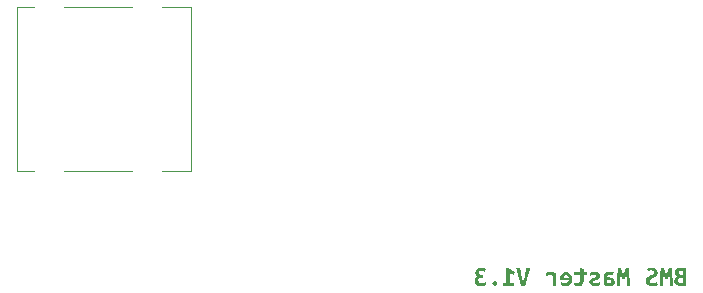
<source format=gbr>
%TF.GenerationSoftware,KiCad,Pcbnew,7.0.11-rc3*%
%TF.CreationDate,2025-03-16T23:23:52+08:00*%
%TF.ProjectId,BMS_Master,424d535f-4d61-4737-9465-722e6b696361,V1.3*%
%TF.SameCoordinates,Original*%
%TF.FileFunction,Legend,Bot*%
%TF.FilePolarity,Positive*%
%FSLAX46Y46*%
G04 Gerber Fmt 4.6, Leading zero omitted, Abs format (unit mm)*
G04 Created by KiCad (PCBNEW 7.0.11-rc3) date 2025-03-16 23:23:52*
%MOMM*%
%LPD*%
G01*
G04 APERTURE LIST*
%ADD10C,0.120000*%
G04 APERTURE END LIST*
%TO.C,kibuzzard-67D6BCA3*%
G36*
X106316236Y-84761066D02*
G01*
X106385299Y-84802262D01*
X106433764Y-84868901D01*
X106451939Y-84959774D01*
X106433764Y-85053069D01*
X106385299Y-85120921D01*
X106316236Y-85163328D01*
X106233845Y-85177868D01*
X106083603Y-85122132D01*
X106018174Y-84959774D01*
X106083603Y-84802262D01*
X106233845Y-84746527D01*
X106316236Y-84761066D01*
G37*
G36*
X107547254Y-83745719D02*
G01*
X107675687Y-83832956D01*
X107811389Y-83908078D01*
X107937399Y-83963813D01*
X107840468Y-84210985D01*
X107692649Y-84151616D01*
X107537561Y-84065590D01*
X107537561Y-84904039D01*
X107852585Y-84904039D01*
X107852585Y-85151212D01*
X106941438Y-85151212D01*
X106941438Y-84904039D01*
X107239499Y-84904039D01*
X107239499Y-83651212D01*
X107443053Y-83651212D01*
X107547254Y-83745719D01*
G37*
G36*
X111094002Y-83997132D02*
G01*
X111229402Y-84017124D01*
X111352686Y-84048021D01*
X111472940Y-84087399D01*
X111472940Y-85151212D01*
X111172456Y-85151212D01*
X111172456Y-84305493D01*
X111048869Y-84282472D01*
X110925283Y-84276414D01*
X110859855Y-84278837D01*
X110779887Y-84287318D01*
X110698708Y-84300646D01*
X110629645Y-84315186D01*
X110576333Y-84038934D01*
X110669628Y-84015913D01*
X110772617Y-84001373D01*
X110868336Y-83992892D01*
X110937399Y-83990468D01*
X111094002Y-83997132D01*
G37*
G36*
X113765347Y-83726333D02*
G01*
X113765347Y-84012278D01*
X114024637Y-84012278D01*
X114024637Y-84259451D01*
X113765347Y-84259451D01*
X113765347Y-84727141D01*
X113758078Y-84856482D01*
X113736268Y-84958562D01*
X113651454Y-85095477D01*
X113515751Y-85160905D01*
X113331583Y-85177868D01*
X113146204Y-85163328D01*
X112968094Y-85114863D01*
X113009289Y-84857997D01*
X113085622Y-84889499D01*
X113153473Y-84907674D01*
X113221325Y-84916155D01*
X113297658Y-84918578D01*
X113367932Y-84911309D01*
X113421244Y-84882229D01*
X113455170Y-84821648D01*
X113467286Y-84719871D01*
X113467286Y-84259451D01*
X112989903Y-84259451D01*
X112989903Y-84012278D01*
X113467286Y-84012278D01*
X113467286Y-83677868D01*
X113765347Y-83726333D01*
G37*
G36*
X120606220Y-83779645D02*
G01*
X120659532Y-83945638D01*
X120720113Y-84129806D01*
X120780695Y-84315186D01*
X120836430Y-84140711D01*
X120894588Y-83954120D01*
X120949111Y-83782068D01*
X120991519Y-83651212D01*
X121238691Y-83651212D01*
X121254746Y-83815388D01*
X121268982Y-83992892D01*
X121281401Y-84180089D01*
X121292003Y-84373344D01*
X121301393Y-84570234D01*
X121310178Y-84768336D01*
X121318356Y-84963409D01*
X121325929Y-85151212D01*
X121052100Y-85151212D01*
X121064216Y-83985622D01*
X120887318Y-84620517D01*
X120669225Y-84620517D01*
X120485057Y-83985622D01*
X120499596Y-85151212D01*
X120225767Y-85151212D01*
X120231220Y-84959471D01*
X120237884Y-84771971D01*
X120246062Y-84587197D01*
X120256058Y-84403635D01*
X120268174Y-84219770D01*
X120282714Y-84034087D01*
X120298768Y-83845073D01*
X120315428Y-83651212D01*
X120562601Y-83651212D01*
X120606220Y-83779645D01*
G37*
G36*
X116971325Y-83779645D02*
G01*
X117024637Y-83945638D01*
X117085218Y-84129806D01*
X117145800Y-84315186D01*
X117201535Y-84140711D01*
X117259693Y-83954120D01*
X117314216Y-83782068D01*
X117356624Y-83651212D01*
X117603796Y-83651212D01*
X117619851Y-83815388D01*
X117634087Y-83992892D01*
X117646506Y-84180089D01*
X117657108Y-84373344D01*
X117666498Y-84570234D01*
X117675283Y-84768336D01*
X117683461Y-84963409D01*
X117691034Y-85151212D01*
X117417205Y-85151212D01*
X117429321Y-83985622D01*
X117252423Y-84620517D01*
X117034330Y-84620517D01*
X116850162Y-83985622D01*
X116864701Y-85151212D01*
X116590872Y-85151212D01*
X116596325Y-84959471D01*
X116602989Y-84771971D01*
X116611167Y-84587197D01*
X116621163Y-84403635D01*
X116633279Y-84219770D01*
X116647819Y-84034087D01*
X116663873Y-83845073D01*
X116680533Y-83651212D01*
X116927706Y-83651212D01*
X116971325Y-83779645D01*
G37*
G36*
X108417205Y-83777221D02*
G01*
X108443861Y-83922617D01*
X108474152Y-84079826D01*
X108506866Y-84241276D01*
X108542003Y-84403635D01*
X108579564Y-84563570D01*
X108618336Y-84713510D01*
X108657108Y-84845880D01*
X108696183Y-84711692D01*
X108735864Y-84561147D01*
X108774637Y-84401212D01*
X108810985Y-84238853D01*
X108844608Y-84077706D01*
X108875202Y-83921405D01*
X108900646Y-83776918D01*
X108918821Y-83651212D01*
X109233845Y-83651212D01*
X109205977Y-83786914D01*
X109165994Y-83956543D01*
X109133953Y-84083495D01*
X109099219Y-84215563D01*
X109061793Y-84352746D01*
X109022213Y-84492623D01*
X108981018Y-84632768D01*
X108938207Y-84773183D01*
X108874596Y-84973102D01*
X108814620Y-85151212D01*
X108506866Y-85151212D01*
X108460555Y-85022106D01*
X108415320Y-84890038D01*
X108371163Y-84755008D01*
X108328756Y-84619305D01*
X108288772Y-84485218D01*
X108251212Y-84352746D01*
X108199717Y-84159794D01*
X108154281Y-83975929D01*
X108115206Y-83805089D01*
X108082795Y-83651212D01*
X108395396Y-83651212D01*
X108417205Y-83777221D01*
G37*
G36*
X114795840Y-83990166D02*
G01*
X114897011Y-84011066D01*
X115048465Y-84088611D01*
X115135703Y-84202504D01*
X115163570Y-84339418D01*
X115127221Y-84488449D01*
X115035137Y-84586591D01*
X114911551Y-84650808D01*
X114778271Y-84695638D01*
X114689822Y-84724717D01*
X114614701Y-84755008D01*
X114563813Y-84792569D01*
X114545638Y-84845880D01*
X114603796Y-84910097D01*
X114771002Y-84925848D01*
X114966074Y-84896769D01*
X115146607Y-84833764D01*
X115192649Y-85083360D01*
X115025444Y-85143942D01*
X114910339Y-85169386D01*
X114773425Y-85177868D01*
X114639540Y-85171204D01*
X114528675Y-85151212D01*
X114367528Y-85078514D01*
X114279079Y-84969467D01*
X114252423Y-84836187D01*
X114288772Y-84684733D01*
X114382068Y-84582956D01*
X114509289Y-84516317D01*
X114644992Y-84467851D01*
X114731018Y-84437561D01*
X114801292Y-84404847D01*
X114849758Y-84367286D01*
X114867932Y-84320032D01*
X114827948Y-84260662D01*
X114674071Y-84232795D01*
X114477787Y-84260662D01*
X114349354Y-84300646D01*
X114303312Y-84048627D01*
X114469305Y-84000162D01*
X114568962Y-83987439D01*
X114676494Y-83983199D01*
X114795840Y-83990166D01*
G37*
G36*
X116060784Y-83987137D02*
G01*
X116164378Y-83998950D01*
X116321890Y-84034087D01*
X116280695Y-84273990D01*
X116153473Y-84244911D01*
X115989903Y-84232795D01*
X115878433Y-84247032D01*
X115805735Y-84289742D01*
X115752423Y-84431502D01*
X115752423Y-84467851D01*
X115848748Y-84453312D01*
X115958401Y-84448465D01*
X116135299Y-84466640D01*
X116285541Y-84526010D01*
X116389742Y-84635057D01*
X116428514Y-84802262D01*
X116394588Y-84977948D01*
X116297658Y-85094265D01*
X116146204Y-85158481D01*
X115948708Y-85177868D01*
X115926898Y-85177172D01*
X115796648Y-85173021D01*
X115660339Y-85158481D01*
X115466478Y-85124556D01*
X115466478Y-84930695D01*
X115752423Y-84930695D01*
X115832391Y-84936753D01*
X115926898Y-84937964D01*
X116077141Y-84905250D01*
X116135299Y-84794992D01*
X116115913Y-84724717D01*
X116063813Y-84683522D01*
X115987480Y-84662924D01*
X115897819Y-84656866D01*
X115822698Y-84660501D01*
X115752423Y-84668982D01*
X115752423Y-84930695D01*
X115466478Y-84930695D01*
X115466478Y-84446042D01*
X115490711Y-84253393D01*
X115570679Y-84107997D01*
X115719709Y-84015913D01*
X115824818Y-83991377D01*
X115953554Y-83983199D01*
X116060784Y-83987137D01*
G37*
G36*
X112387722Y-83992892D02*
G01*
X112485864Y-84021971D01*
X112577342Y-84070133D01*
X112657916Y-84137076D01*
X112725767Y-84222799D01*
X112779079Y-84327302D01*
X112813611Y-84450283D01*
X112825121Y-84591438D01*
X112814216Y-84727746D01*
X112781502Y-84845880D01*
X112728494Y-84946143D01*
X112656704Y-85028837D01*
X112567044Y-85093659D01*
X112460420Y-85140307D01*
X112337742Y-85168477D01*
X112199919Y-85177868D01*
X112003635Y-85159693D01*
X111838853Y-85114863D01*
X111880048Y-84860420D01*
X112016963Y-84899192D01*
X112187803Y-84918578D01*
X112319871Y-84902524D01*
X112425283Y-84854362D01*
X112494346Y-84778332D01*
X112517367Y-84678675D01*
X112061793Y-84678675D01*
X111778271Y-84678675D01*
X111774637Y-84627787D01*
X111773425Y-84567205D01*
X111781258Y-84472698D01*
X112061793Y-84472698D01*
X112517367Y-84472698D01*
X112496769Y-84383037D01*
X112453150Y-84305493D01*
X112382876Y-84252181D01*
X112282310Y-84232795D01*
X112180533Y-84253393D01*
X112112682Y-84307916D01*
X112073910Y-84384249D01*
X112061793Y-84472698D01*
X111781258Y-84472698D01*
X111787964Y-84391788D01*
X111831583Y-84246796D01*
X111904281Y-84132229D01*
X112004981Y-84049435D01*
X112132606Y-83999758D01*
X112287157Y-83983199D01*
X112387722Y-83992892D01*
G37*
G36*
X119686053Y-83630479D02*
G01*
X119811659Y-83670059D01*
X119914378Y-83736026D01*
X120017064Y-83877787D01*
X120051292Y-84065590D01*
X120012520Y-84243700D01*
X119914378Y-84363651D01*
X119782310Y-84443619D01*
X119641761Y-84499354D01*
X119539984Y-84541761D01*
X119447900Y-84592649D01*
X119380048Y-84656866D01*
X119353393Y-84739257D01*
X119364297Y-84810743D01*
X119404281Y-84873748D01*
X119483037Y-84917367D01*
X119607835Y-84933118D01*
X119728695Y-84924637D01*
X119829564Y-84899192D01*
X119985864Y-84826494D01*
X120073102Y-85068821D01*
X119905897Y-85142730D01*
X119775646Y-85172718D01*
X119607835Y-85182714D01*
X119437803Y-85169925D01*
X119299273Y-85131556D01*
X119192246Y-85067609D01*
X119089560Y-84928574D01*
X119055331Y-84741680D01*
X119065630Y-84628695D01*
X119096527Y-84536914D01*
X119201939Y-84401212D01*
X119342488Y-84313974D01*
X119489095Y-84254604D01*
X119582391Y-84218255D01*
X119667205Y-84173425D01*
X119728998Y-84115267D01*
X119753231Y-84038934D01*
X119726844Y-83943349D01*
X119647684Y-83885999D01*
X119515751Y-83866882D01*
X119344911Y-83891115D01*
X119210420Y-83949273D01*
X119123183Y-83719063D01*
X119296446Y-83648788D01*
X119408219Y-83625162D01*
X119537561Y-83617286D01*
X119686053Y-83630479D01*
G37*
G36*
X105216377Y-83628494D02*
G01*
X105331179Y-83662116D01*
X105504443Y-83750565D01*
X105397819Y-83968659D01*
X105253635Y-83899596D01*
X105085218Y-83871729D01*
X104948304Y-83918982D01*
X104898627Y-84048627D01*
X104921648Y-84140711D01*
X104981018Y-84198869D01*
X105063409Y-84230372D01*
X105155493Y-84240065D01*
X105266963Y-84240065D01*
X105266963Y-84487237D01*
X105174879Y-84487237D01*
X105042205Y-84499051D01*
X104934976Y-84534491D01*
X104864095Y-84599616D01*
X104840468Y-84700485D01*
X104902262Y-84862843D01*
X104986773Y-84911914D01*
X105116721Y-84928271D01*
X105231523Y-84921607D01*
X105328756Y-84901616D01*
X105472940Y-84850727D01*
X105531099Y-85100323D01*
X105455977Y-85126979D01*
X105350565Y-85153635D01*
X105231826Y-85174233D01*
X105114297Y-85182714D01*
X104974354Y-85173930D01*
X104855008Y-85147577D01*
X104755654Y-85105170D01*
X104675687Y-85048223D01*
X104571486Y-84896769D01*
X104537561Y-84705331D01*
X104553615Y-84583562D01*
X104601777Y-84479968D01*
X104679019Y-84396971D01*
X104782310Y-84336995D01*
X104646607Y-84210985D01*
X104595719Y-84038934D01*
X104624798Y-83871729D01*
X104714459Y-83737237D01*
X104868336Y-83648788D01*
X104969810Y-83625162D01*
X105087641Y-83617286D01*
X105216377Y-83628494D01*
G37*
G36*
X122275848Y-83645153D02*
G01*
X122462439Y-83670598D01*
X122462439Y-85126979D01*
X122357633Y-85146062D01*
X122251616Y-85159693D01*
X122146809Y-85167872D01*
X122045638Y-85170598D01*
X122021405Y-85169432D01*
X121925989Y-85164842D01*
X121814216Y-85147577D01*
X121713651Y-85116680D01*
X121627625Y-85070032D01*
X121502827Y-84924637D01*
X121468296Y-84822557D01*
X121456785Y-84698061D01*
X121750000Y-84698061D01*
X121774233Y-84805897D01*
X121836026Y-84871325D01*
X121922052Y-84902827D01*
X122021405Y-84911309D01*
X122095315Y-84908885D01*
X122164378Y-84901616D01*
X122164378Y-84494507D01*
X122048061Y-84494507D01*
X122004443Y-84494507D01*
X121819063Y-84541761D01*
X121750000Y-84698061D01*
X121456785Y-84698061D01*
X121470416Y-84596284D01*
X121511309Y-84499354D01*
X121590368Y-84414540D01*
X121718498Y-84349111D01*
X121579160Y-84218255D01*
X121540085Y-84129806D01*
X121531140Y-84060743D01*
X121817851Y-84060743D01*
X121876010Y-84197658D01*
X122048061Y-84247334D01*
X122164378Y-84247334D01*
X122164378Y-83903231D01*
X122098950Y-83895961D01*
X122028675Y-83893538D01*
X121948708Y-83899596D01*
X121880856Y-83923829D01*
X121834814Y-83974717D01*
X121817851Y-84060743D01*
X121531140Y-84060743D01*
X121527060Y-84029241D01*
X121548869Y-83888691D01*
X121631260Y-83761470D01*
X121798465Y-83669386D01*
X121920840Y-83643033D01*
X122074717Y-83634249D01*
X122275848Y-83645153D01*
G37*
D10*
%TO.C,J8*%
X80560000Y-61595000D02*
X80560000Y-75415000D01*
X78060000Y-61595000D02*
X80560000Y-61595000D01*
X75540000Y-61595000D02*
X69760000Y-61595000D01*
X65840000Y-61595000D02*
X67240000Y-61595000D01*
X65840000Y-61595000D02*
X65840000Y-75415000D01*
X78060000Y-75415000D02*
X80560000Y-75415000D01*
X69760000Y-75415000D02*
X75540000Y-75415000D01*
X65840000Y-75415000D02*
X67240000Y-75415000D01*
%TD*%
M02*

</source>
